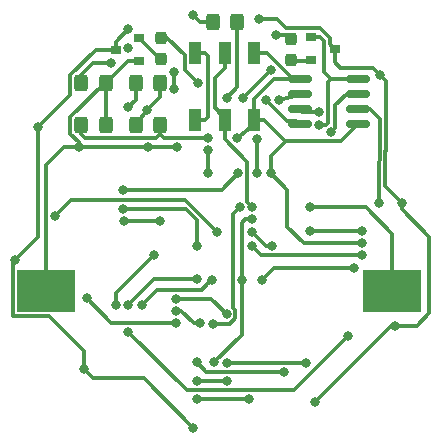
<source format=gbr>
G04 #@! TF.GenerationSoftware,KiCad,Pcbnew,9.0.1*
G04 #@! TF.CreationDate,2025-04-09T17:44:43+02:00*
G04 #@! TF.ProjectId,SMDChaser0805-0603,534d4443-6861-4736-9572-303830352d30,rev?*
G04 #@! TF.SameCoordinates,Original*
G04 #@! TF.FileFunction,Copper,L2,Bot*
G04 #@! TF.FilePolarity,Positive*
%FSLAX46Y46*%
G04 Gerber Fmt 4.6, Leading zero omitted, Abs format (unit mm)*
G04 Created by KiCad (PCBNEW 9.0.1) date 2025-04-09 17:44:43*
%MOMM*%
%LPD*%
G01*
G04 APERTURE LIST*
G04 Aperture macros list*
%AMRoundRect*
0 Rectangle with rounded corners*
0 $1 Rounding radius*
0 $2 $3 $4 $5 $6 $7 $8 $9 X,Y pos of 4 corners*
0 Add a 4 corners polygon primitive as box body*
4,1,4,$2,$3,$4,$5,$6,$7,$8,$9,$2,$3,0*
0 Add four circle primitives for the rounded corners*
1,1,$1+$1,$2,$3*
1,1,$1+$1,$4,$5*
1,1,$1+$1,$6,$7*
1,1,$1+$1,$8,$9*
0 Add four rect primitives between the rounded corners*
20,1,$1+$1,$2,$3,$4,$5,0*
20,1,$1+$1,$4,$5,$6,$7,0*
20,1,$1+$1,$6,$7,$8,$9,0*
20,1,$1+$1,$8,$9,$2,$3,0*%
G04 Aperture macros list end*
G04 #@! TA.AperFunction,SMDPad,CuDef*
%ADD10RoundRect,0.250000X0.325000X0.450000X-0.325000X0.450000X-0.325000X-0.450000X0.325000X-0.450000X0*%
G04 #@! TD*
G04 #@! TA.AperFunction,SMDPad,CuDef*
%ADD11R,1.100000X1.950000*%
G04 #@! TD*
G04 #@! TA.AperFunction,SMDPad,CuDef*
%ADD12RoundRect,0.150000X0.825000X0.150000X-0.825000X0.150000X-0.825000X-0.150000X0.825000X-0.150000X0*%
G04 #@! TD*
G04 #@! TA.AperFunction,SMDPad,CuDef*
%ADD13R,5.000000X3.600000*%
G04 #@! TD*
G04 #@! TA.AperFunction,SMDPad,CuDef*
%ADD14R,0.900000X0.800000*%
G04 #@! TD*
G04 #@! TA.AperFunction,SMDPad,CuDef*
%ADD15RoundRect,0.237500X0.237500X-0.287500X0.237500X0.287500X-0.237500X0.287500X-0.237500X-0.287500X0*%
G04 #@! TD*
G04 #@! TA.AperFunction,ViaPad*
%ADD16C,0.800000*%
G04 #@! TD*
G04 #@! TA.AperFunction,Conductor*
%ADD17C,0.300000*%
G04 #@! TD*
G04 APERTURE END LIST*
D10*
X61174440Y-82184340D03*
X59124440Y-82184340D03*
X61174440Y-78628340D03*
X59124440Y-78628340D03*
X65761440Y-82184340D03*
X63711440Y-82184340D03*
X65761440Y-78628340D03*
X63711440Y-78628340D03*
D11*
X73760260Y-81736340D03*
X73760260Y-76086340D03*
X71260260Y-81736340D03*
X71260260Y-76086340D03*
X68760260Y-81736340D03*
X68760260Y-76086340D03*
D12*
X82561440Y-78287340D03*
X82561440Y-79557340D03*
X82561440Y-80827340D03*
X82561440Y-82097340D03*
X77611440Y-82097340D03*
X77611440Y-80827340D03*
X77611440Y-79557340D03*
X77611440Y-78287340D03*
D13*
X85465080Y-96185520D03*
X56165080Y-96185520D03*
D14*
X64047000Y-74819000D03*
X64047000Y-76719000D03*
X62047000Y-75769000D03*
X78582400Y-76632600D03*
X78582400Y-74732600D03*
X80582400Y-75682600D03*
D15*
X65907800Y-76528400D03*
X65907800Y-74778400D03*
X76880600Y-76644000D03*
X76880600Y-74894000D03*
D10*
X72292200Y-73406800D03*
X70242200Y-73406800D03*
D16*
X58922800Y-84049400D03*
X71419600Y-79858400D03*
X67195580Y-84016380D03*
X67177800Y-96851000D03*
X71419600Y-98171800D03*
X64782580Y-84046860D03*
X79232640Y-82169800D03*
X78455400Y-89104000D03*
X73578600Y-89104000D03*
X75204200Y-86208400D03*
X69844800Y-83236600D03*
X82872460Y-92187560D03*
X72334000Y-83236600D03*
X74797800Y-80020960D03*
X61615200Y-76945020D03*
X63113800Y-75642000D03*
X69209800Y-98959200D03*
X66972060Y-77633360D03*
X67177800Y-97867000D03*
X76273540Y-103043520D03*
X66974600Y-79147200D03*
X68884680Y-102261200D03*
X74388860Y-95271120D03*
X68905000Y-105360000D03*
X82180740Y-94244260D03*
X73304280Y-105352380D03*
X64231400Y-97409800D03*
X70175000Y-95250800D03*
X65247400Y-93178160D03*
X62072400Y-97409800D03*
X67177800Y-98883000D03*
X59600000Y-96825000D03*
X78455400Y-91161400D03*
X82882620Y-91171560D03*
X75255000Y-92431400D03*
X56926360Y-89835520D03*
X73578600Y-91212200D03*
X70609340Y-91222360D03*
X62697240Y-90300340D03*
X82885160Y-93198480D03*
X65760480Y-90318120D03*
X73578600Y-92431400D03*
X81706600Y-99982820D03*
X68905000Y-95208307D03*
X68905000Y-92431400D03*
X62692160Y-89284340D03*
X63090940Y-99645000D03*
X63078240Y-97414880D03*
X78145520Y-102271360D03*
X68879600Y-103836000D03*
X71478020Y-102271360D03*
X71467860Y-103846160D03*
X84353280Y-88743320D03*
X70251200Y-98984600D03*
X72537200Y-89104000D03*
X73578600Y-90120000D03*
X72720080Y-95255880D03*
X70378200Y-102261200D03*
X64688600Y-80849000D03*
X75890000Y-80010800D03*
X69844800Y-86208400D03*
X69844800Y-84252600D03*
X84399000Y-77928000D03*
X74150100Y-73162960D03*
X86286220Y-88740780D03*
X78899900Y-105614000D03*
X85691860Y-99142080D03*
X53527840Y-93594720D03*
X55481100Y-82332360D03*
X59324120Y-102804760D03*
X63113800Y-74041800D03*
X68615440Y-107785700D03*
X73959600Y-83338200D03*
X73965325Y-86208400D03*
X68981200Y-78588399D03*
X75178800Y-77521600D03*
X72816600Y-79858400D03*
X75603523Y-74508482D03*
X62682000Y-87630800D03*
X80241769Y-82774662D03*
X72428601Y-86208400D03*
X63088400Y-80645800D03*
X68549400Y-72822600D03*
X79242800Y-81052200D03*
D17*
X61174440Y-81484340D02*
X61174440Y-82184340D01*
X67195580Y-84016380D02*
X64813060Y-84016380D01*
X67177800Y-96851000D02*
X70098800Y-96851000D01*
X79232640Y-82169800D02*
X79798325Y-82169800D01*
X67152400Y-97003400D02*
X67177800Y-96851000D01*
X61174440Y-79765620D02*
X61174440Y-78628340D01*
X64782580Y-84046860D02*
X58922800Y-84049400D01*
X56165080Y-85562520D02*
X56165080Y-96185520D01*
X78582400Y-74732600D02*
X79332400Y-74732600D01*
X79992801Y-78525601D02*
X80231062Y-78287340D01*
X61174440Y-78628340D02*
X61174440Y-82184340D01*
X58199430Y-81485804D02*
X61020634Y-78664600D01*
X63083780Y-76719000D02*
X61174440Y-78628340D01*
X82561440Y-78287340D02*
X81300400Y-78287340D01*
X64047000Y-76719000D02*
X63083780Y-76719000D01*
X79649200Y-75049400D02*
X79649200Y-77705478D01*
X61174440Y-78628340D02*
X61174440Y-79328340D01*
X79649200Y-77705478D02*
X80231062Y-78287340D01*
X72292200Y-78953000D02*
X72292200Y-73406800D01*
X64813060Y-84016380D02*
X64782580Y-84046860D01*
X79992801Y-81975324D02*
X79992801Y-78525601D01*
X58922800Y-83606246D02*
X58199430Y-82882876D01*
X79332400Y-74732600D02*
X79649200Y-75049400D01*
X58922800Y-84049400D02*
X58922800Y-83606246D01*
X80231062Y-78287340D02*
X82561440Y-78287340D01*
X58199430Y-82882876D02*
X58199430Y-81485804D01*
X61020634Y-78664600D02*
X61208800Y-78664600D01*
X72308600Y-78969400D02*
X72292200Y-78953000D01*
X57678200Y-84049400D02*
X56165080Y-85562520D01*
X79798325Y-82169800D02*
X79992801Y-81975324D01*
X72308600Y-78969400D02*
X71419600Y-79858400D01*
X70098800Y-96851000D02*
X71419600Y-98171800D01*
X58922800Y-84049400D02*
X57678200Y-84049400D01*
X71260260Y-77361340D02*
X70407979Y-78213621D01*
X71260260Y-76086340D02*
X71260260Y-77361340D01*
X70407979Y-78213621D02*
X70407979Y-80631261D01*
X73178601Y-88704001D02*
X73178601Y-85277563D01*
X85519140Y-96131460D02*
X85465080Y-96185520D01*
X71260260Y-83359222D02*
X71260260Y-81736340D01*
X83217922Y-89104000D02*
X85465080Y-91351158D01*
X73578600Y-89104000D02*
X73178601Y-88704001D01*
X78455400Y-89104000D02*
X83217922Y-89104000D01*
X70408680Y-80688980D02*
X70413760Y-80648340D01*
X85465080Y-95224680D02*
X85465080Y-96185520D01*
X85465080Y-91351158D02*
X85465080Y-96185520D01*
X73178601Y-85277563D02*
X71260260Y-83359222D01*
X70413760Y-80648340D02*
X71260260Y-81736340D01*
X59124440Y-82884340D02*
X59474450Y-83234350D01*
X75216900Y-82342980D02*
X74610260Y-81736340D01*
X72334000Y-83236600D02*
X73760260Y-82161340D01*
X73760260Y-79948498D02*
X75421418Y-78287340D01*
X65761440Y-82884340D02*
X65761440Y-82184340D01*
X76543481Y-87669601D02*
X76543481Y-90768423D01*
X82561440Y-82097340D02*
X81134117Y-83524663D01*
X59474450Y-83234350D02*
X65411430Y-83234350D01*
X74869254Y-76086340D02*
X73760260Y-76086340D01*
X59124440Y-82184340D02*
X59124440Y-82884340D01*
X76636440Y-78287340D02*
X77611440Y-78287340D01*
X65411430Y-83234350D02*
X65761440Y-82884340D01*
X75421418Y-78287340D02*
X76636440Y-78287340D01*
X77070254Y-78287340D02*
X74869254Y-76086340D01*
X75204200Y-84811400D02*
X75204200Y-86208400D01*
X76398583Y-83524663D02*
X75216900Y-82342980D01*
X77168663Y-83524663D02*
X76490937Y-83524663D01*
X77611440Y-78287340D02*
X77070254Y-78287340D01*
X66113700Y-83236600D02*
X65761440Y-82884340D01*
X77168663Y-83524663D02*
X76398583Y-83524663D01*
X82306775Y-92187560D02*
X82872460Y-92187560D01*
X76543481Y-90768423D02*
X77962618Y-92187560D01*
X75204200Y-86208400D02*
X76543481Y-87669601D01*
X69844800Y-83236600D02*
X66113700Y-83236600D01*
X81134117Y-83524663D02*
X77168663Y-83524663D01*
X73760260Y-81736340D02*
X73760260Y-79948498D01*
X76490937Y-83524663D02*
X75204200Y-84811400D01*
X74610260Y-81736340D02*
X73760260Y-81736340D01*
X73760260Y-82161340D02*
X73760260Y-81736340D01*
X77962618Y-92187560D02*
X82306775Y-92187560D01*
X60110300Y-76942480D02*
X59124440Y-77928340D01*
X77611440Y-82097340D02*
X77311440Y-81797340D01*
X76574180Y-81797340D02*
X75197799Y-80420959D01*
X75197799Y-80420959D02*
X74797800Y-80020960D01*
X59124440Y-77928340D02*
X59124440Y-78628340D01*
X61615200Y-76945020D02*
X60110300Y-76942480D01*
X77311440Y-81797340D02*
X76574180Y-81797340D01*
X66974600Y-79147200D02*
X66974600Y-77635900D01*
X76273540Y-103043520D02*
X69667000Y-103043520D01*
X66974600Y-77635900D02*
X66972060Y-77633360D01*
X68644115Y-98959200D02*
X67551915Y-97867000D01*
X69667000Y-103043520D02*
X68884680Y-102261200D01*
X69209800Y-98959200D02*
X68644115Y-98959200D01*
X67551915Y-97867000D02*
X67177800Y-97867000D01*
X82173820Y-94237340D02*
X75422640Y-94237340D01*
X82180740Y-94244260D02*
X82173820Y-94237340D01*
X68905000Y-105360000D02*
X73304280Y-105352380D01*
X75422640Y-94237340D02*
X74388860Y-95271120D01*
X64231400Y-97409800D02*
X65555441Y-96100999D01*
X69775001Y-95650799D02*
X70175000Y-95250800D01*
X69324801Y-96100999D02*
X69775001Y-95650799D01*
X65555441Y-96100999D02*
X69324801Y-96100999D01*
X65247400Y-93178160D02*
X62072400Y-96353160D01*
X62072400Y-96353160D02*
X62072400Y-97409800D01*
X61658000Y-98883000D02*
X67177800Y-98883000D01*
X59600000Y-96825000D02*
X61658000Y-98883000D01*
X74797800Y-92431400D02*
X73578600Y-91212200D01*
X58227541Y-88534339D02*
X67921319Y-88534339D01*
X70209341Y-90822361D02*
X70609340Y-91222360D01*
X75255000Y-92431400D02*
X74797800Y-92431400D01*
X67921319Y-88534339D02*
X70209341Y-90822361D01*
X78455400Y-91161400D02*
X82875000Y-91163940D01*
X82875000Y-91163940D02*
X82882620Y-91171560D01*
X56926360Y-89835520D02*
X58227541Y-88534339D01*
X65760480Y-90318120D02*
X62715020Y-90318120D01*
X62715020Y-90318120D02*
X62697240Y-90300340D01*
X74345680Y-93198480D02*
X82885160Y-93198480D01*
X73578600Y-92431400D02*
X74345680Y-93198480D01*
X65284813Y-95208307D02*
X63078240Y-97414880D01*
X77093259Y-104596161D02*
X81706600Y-99982820D01*
X62692160Y-89284340D02*
X67964200Y-89284340D01*
X63090940Y-99645000D02*
X68042101Y-104596161D01*
X68905000Y-90225140D02*
X68905000Y-92431400D01*
X68905000Y-95208307D02*
X65284813Y-95208307D01*
X68042101Y-104596161D02*
X77093259Y-104596161D01*
X67964200Y-89284340D02*
X68905000Y-90225140D01*
X68879600Y-103836000D02*
X71457700Y-103836000D01*
X78145520Y-102271360D02*
X71478020Y-102271360D01*
X71457700Y-103836000D02*
X71467860Y-103846160D01*
X68760260Y-76086340D02*
X69610260Y-76086340D01*
X69867660Y-81478940D02*
X69610260Y-81736340D01*
X69610260Y-81736340D02*
X68760260Y-81736340D01*
X69610260Y-76086340D02*
X69867660Y-76343740D01*
X69867660Y-76343740D02*
X69867660Y-81478940D01*
X84376140Y-81667040D02*
X83536440Y-80827340D01*
X84353280Y-88743320D02*
X84376140Y-81667040D01*
X83536440Y-80827340D02*
X82561440Y-80827340D01*
X72169601Y-98531801D02*
X71716802Y-98984600D01*
X72169601Y-97811799D02*
X72169601Y-98531801D01*
X70816885Y-98984600D02*
X70251200Y-98984600D01*
X71716802Y-98984600D02*
X70816885Y-98984600D01*
X71970079Y-89671121D02*
X71970079Y-97612277D01*
X72537200Y-89104000D02*
X71970079Y-89671121D01*
X71970079Y-97612277D02*
X72169601Y-97811799D01*
X72720080Y-95255880D02*
X72720080Y-99919320D01*
X73578600Y-90120000D02*
X73012915Y-90120000D01*
X72720080Y-99919320D02*
X70378200Y-102261200D01*
X72720080Y-94690195D02*
X72720080Y-95255880D01*
X72720080Y-90412835D02*
X72720080Y-94690195D01*
X73012915Y-90120000D02*
X72720080Y-90412835D01*
X64688600Y-80849000D02*
X63711440Y-82184340D01*
X65761440Y-78628340D02*
X65761440Y-79776160D01*
X75890000Y-80010800D02*
X77531360Y-79637420D01*
X77531360Y-79637420D02*
X77611440Y-79557340D01*
X65761440Y-79776160D02*
X64688600Y-80849000D01*
X69844800Y-84252600D02*
X69844800Y-86208400D01*
X85371820Y-99142080D02*
X85691860Y-99142080D01*
X84867375Y-87321935D02*
X86286220Y-88740780D01*
X83805910Y-77334910D02*
X81055090Y-77334910D01*
X87508520Y-99142080D02*
X85691860Y-99142080D01*
X80149210Y-74819408D02*
X79312401Y-73982599D01*
X75671560Y-73162960D02*
X74150100Y-73162960D01*
X84399000Y-77928000D02*
X83805910Y-77334910D01*
X88600000Y-91620245D02*
X88600000Y-98050600D01*
X78899900Y-105614000D02*
X85371820Y-99142080D01*
X80502600Y-75682600D02*
X80149210Y-75329210D01*
X80149210Y-75329210D02*
X80149210Y-74819408D01*
X79312401Y-73982599D02*
X76491199Y-73982599D01*
X86286220Y-88740780D02*
X86286220Y-89306465D01*
X80582400Y-76862220D02*
X80582400Y-75682600D01*
X86286220Y-89306465D02*
X88600000Y-91620245D01*
X88600000Y-98050600D02*
X87508520Y-99142080D01*
X84876816Y-78405816D02*
X84876816Y-84374816D01*
X84867375Y-84384257D02*
X84867375Y-87321935D01*
X84876816Y-84374816D02*
X84867375Y-84384257D01*
X84399000Y-77928000D02*
X84876816Y-78405816D01*
X81055090Y-77334910D02*
X80582400Y-76862220D01*
X80582400Y-75682600D02*
X80502600Y-75682600D01*
X80592560Y-75672440D02*
X80582400Y-75682600D01*
X76491199Y-73982599D02*
X75671560Y-73162960D01*
X53527840Y-93594720D02*
X53315080Y-93807480D01*
X58199430Y-77929804D02*
X60360234Y-75769000D01*
X60101360Y-103582000D02*
X59324120Y-102804760D01*
X55481100Y-82332360D02*
X55481100Y-91641460D01*
X56343321Y-98335521D02*
X59324120Y-101316320D01*
X55481100Y-91641460D02*
X53527840Y-93594720D01*
X59324120Y-101316320D02*
X59324120Y-102804760D01*
X68615440Y-107785700D02*
X64411740Y-103582000D01*
X62047000Y-75769000D02*
X62047000Y-75108600D01*
X53315080Y-98335520D02*
X56343321Y-98335521D01*
X58199430Y-77929804D02*
X58199430Y-79614030D01*
X62047000Y-75108600D02*
X63113800Y-74041800D01*
X53315080Y-93807480D02*
X53315080Y-98335520D01*
X60360234Y-75769000D02*
X62047000Y-75769000D01*
X64411740Y-103582000D02*
X60101360Y-103582000D01*
X58199430Y-79614030D02*
X55481100Y-82332360D01*
X73959600Y-86202675D02*
X73965325Y-86208400D01*
X73959600Y-83338200D02*
X73959600Y-86202675D01*
X73965325Y-83343925D02*
X73959600Y-83338200D01*
X76955600Y-76719000D02*
X76880600Y-76644000D01*
X78573000Y-76719000D02*
X76955600Y-76719000D01*
X67860259Y-76255859D02*
X66382800Y-74778400D01*
X67860259Y-77467458D02*
X67860259Y-76255859D01*
X66382800Y-74778400D02*
X65907800Y-74778400D01*
X68981200Y-78588399D02*
X67860259Y-77467458D01*
X76495082Y-74508482D02*
X76880600Y-74894000D01*
X75603523Y-74508482D02*
X76495082Y-74508482D01*
X75153400Y-77521600D02*
X75178800Y-77521600D01*
X72816600Y-79858400D02*
X75153400Y-77521600D01*
X65907800Y-76528400D02*
X65756400Y-76528400D01*
X65756400Y-76528400D02*
X64047000Y-74819000D01*
X70242200Y-73406800D02*
X69133600Y-73406800D01*
X63304300Y-79035480D02*
X63711440Y-78628340D01*
X81586440Y-79557340D02*
X82561440Y-79557340D01*
X64043440Y-78296340D02*
X63711440Y-78628340D01*
X71006201Y-87630800D02*
X72428601Y-86208400D01*
X79242800Y-81052200D02*
X77836300Y-81052200D01*
X69133600Y-73406800D02*
X68549400Y-72822600D01*
X62682000Y-87630800D02*
X71006201Y-87630800D01*
X63711440Y-78628340D02*
X63711440Y-80022760D01*
X80641768Y-82374663D02*
X80641768Y-80502012D01*
X63711440Y-80022760D02*
X63088400Y-80645800D01*
X77836300Y-81052200D02*
X77611440Y-80827340D01*
X80241769Y-82774662D02*
X80641768Y-82374663D01*
X80641768Y-80502012D02*
X81586440Y-79557340D01*
M02*

</source>
